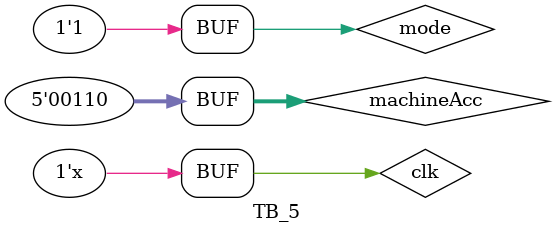
<source format=v>
`timescale 1ns / 1ps


module TB_5;

	// Inputs
	reg mode;
	reg clk;
	reg [4:0] machineAcc;

	// Outputs
	wire redLight;
	wire [6:0] totalMoney_retrieve;
	wire machineAcc_out;

	// Instantiate the Unit Under Test (UUT)
	Owner_retrieve uut (
		.mode(mode), 
		.clk(clk), 
		.machineAcc(machineAcc), 
		.redLight(redLight), 
		.totalMoney_retrieve(totalMoney_retrieve), 
		.machineAcc_out(machineAcc_out)
	);
	always #20 clk = ~clk;
	
	initial begin
		// Initialize Inputs
		mode = 1;
		clk = 0;
		machineAcc = 6;

		// Wait 100 ns for global reset to finish
		#100;
        
		// Add stimulus here

	end
      
endmodule


</source>
